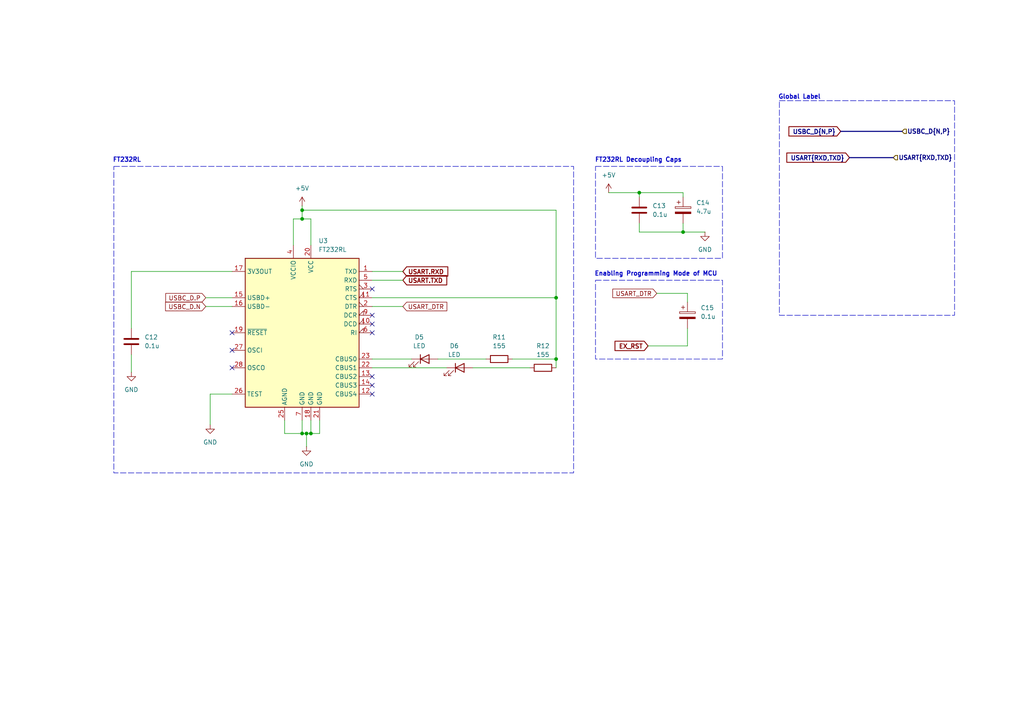
<source format=kicad_sch>
(kicad_sch (version 20231120) (generator "eeschema") (generator_version "8.0")
  (paper "A4")
  (lib_symbols
    (symbol "Device:C" (pin_numbers hide) (pin_names (offset 0.254))
      (property "Reference" "C" (at 0.635 2.54 0))
      (property "Value" "C" (at 0.635 -2.54 0))
      (symbol "C_0_1"
        (polyline (pts (xy -2.032 -0.762) (xy 2.032 -0.762)) (stroke (width 0.508)))
        (polyline (pts (xy -2.032 0.762) (xy 2.032 0.762)) (stroke (width 0.508)))
      )
      (symbol "C_1_1"
        (pin passive line (at 0 3.81 270) (length 2.794) (name "~") (number "1"))
        (pin passive line (at 0 -3.81 90) (length 2.794) (name "~") (number "2"))
      )
    )
    (symbol "Device:C_Polarized" (pin_numbers hide) (pin_names (offset 0.254))
      (property "Reference" "C" (at 0.635 2.54 0))
      (property "Value" "C_Polarized" (at 0.635 -2.54 0))
      (symbol "C_Polarized_0_1"
        (rectangle (start -2.286 0.508) (end 2.286 1.016))
        (polyline (pts (xy -1.778 2.286) (xy -0.762 2.286)))
        (polyline (pts (xy -1.27 2.794) (xy -1.27 1.778)))
        (rectangle (start 2.286 -0.508) (end -2.286 -1.016) (fill (type outline)))
      )
      (symbol "C_Polarized_1_1"
        (pin passive line (at 0 3.81 270) (length 2.794) (name "~") (number "1"))
        (pin passive line (at 0 -3.81 90) (length 2.794) (name "~") (number "2"))
      )
    )
    (symbol "Device:LED" (pin_numbers hide) (pin_names (offset 1.016) hide)
      (property "Reference" "D" (at 0 2.54 0))
      (property "Value" "LED" (at 0 -2.54 0))
      (symbol "LED_0_1"
        (polyline (pts (xy -1.27 -1.27) (xy -1.27 1.27)) (stroke (width 0.254)))
        (polyline (pts (xy -1.27 0) (xy 1.27 0)))
        (polyline (pts (xy 1.27 -1.27) (xy 1.27 1.27) (xy -1.27 0) (xy 1.27 -1.27)) (stroke (width 0.254)))
        (polyline (pts (xy -3.048 -0.762) (xy -4.572 -2.286) (xy -3.81 -2.286) (xy -4.572 -2.286) (xy -4.572 -1.524)))
        (polyline (pts (xy -1.778 -0.762) (xy -3.302 -2.286) (xy -2.54 -2.286) (xy -3.302 -2.286) (xy -3.302 -1.524)))
      )
      (symbol "LED_1_1"
        (pin passive line (at -3.81 0 0) (length 2.54) (name "K") (number "1"))
        (pin passive line (at 3.81 0 180) (length 2.54) (name "A") (number "2"))
      )
    )
    (symbol "Device:R" (pin_numbers hide) (pin_names (offset 0))
      (property "Reference" "R" (at 2.032 0 90))
      (property "Value" "R" (at 0 0 90))
      (symbol "R_0_1"
        (rectangle (start -1.016 -2.54) (end 1.016 2.54) (stroke (width 0.254)))
      )
      (symbol "R_1_1"
        (pin passive line (at 0 3.81 270) (length 1.27) (name "~") (number "1"))
        (pin passive line (at 0 -3.81 90) (length 1.27) (name "~") (number "2"))
      )
    )
    (symbol "Interface_USB:FT232RL"
      (property "Reference" "U" (at -16.51 22.86 0))
      (property "Value" "FT232RL" (at 10.16 22.86 0))
      (symbol "FT232RL_0_1"
        (rectangle (start -16.51 21.59) (end 16.51 -21.59) (stroke (width 0.254)) (fill (type background)))
      )
      (symbol "FT232RL_1_1"
        (pin output line (at 20.32 17.78 180) (length 3.81) (name "TXD") (number "1"))
        (pin input input_low (at 20.32 2.54 180) (length 3.81) (name "DCD") (number "10"))
        (pin input input_low (at 20.32 10.16 180) (length 3.81) (name "CTS") (number "11"))
        (pin bidirectional line (at 20.32 -17.78 180) (length 3.81) (name "CBUS4") (number "12"))
        (pin bidirectional line (at 20.32 -12.7 180) (length 3.81) (name "CBUS2") (number "13"))
        (pin bidirectional line (at 20.32 -15.24 180) (length 3.81) (name "CBUS3") (number "14"))
        (pin bidirectional line (at -20.32 10.16 0) (length 3.81) (name "USBD+") (number "15"))
        (pin bidirectional line (at -20.32 7.62 0) (length 3.81) (name "USBD-") (number "16"))
        (pin power_out line (at -20.32 17.78 0) (length 3.81) (name "3V3OUT") (number "17"))
        (pin power_in line (at 2.54 -25.4 90) (length 3.81) (name "GND") (number "18"))
        (pin input line (at -20.32 0 0) (length 3.81) (name "~{RESET}") (number "19"))
        (pin output output_low (at 20.32 7.62 180) (length 3.81) (name "DTR") (number "2"))
        (pin power_in line (at 2.54 25.4 270) (length 3.81) (name "VCC") (number "20"))
        (pin power_in line (at 5.08 -25.4 90) (length 3.81) (name "GND") (number "21"))
        (pin bidirectional line (at 20.32 -10.16 180) (length 3.81) (name "CBUS1") (number "22"))
        (pin bidirectional line (at 20.32 -7.62 180) (length 3.81) (name "CBUS0") (number "23"))
        (pin power_in line (at -5.08 -25.4 90) (length 3.81) (name "AGND") (number "25"))
        (pin input line (at -20.32 -17.78 0) (length 3.81) (name "TEST") (number "26"))
        (pin input line (at -20.32 -5.08 0) (length 3.81) (name "OSCI") (number "27"))
        (pin output line (at -20.32 -10.16 0) (length 3.81) (name "OSCO") (number "28"))
        (pin output output_low (at 20.32 12.7 180) (length 3.81) (name "RTS") (number "3"))
        (pin power_in line (at -2.54 25.4 270) (length 3.81) (name "VCCIO") (number "4"))
        (pin input line (at 20.32 15.24 180) (length 3.81) (name "RXD") (number "5"))
        (pin input input_low (at 20.32 0 180) (length 3.81) (name "RI") (number "6"))
        (pin power_in line (at 0 -25.4 90) (length 3.81) (name "GND") (number "7"))
        (pin input input_low (at 20.32 5.08 180) (length 3.81) (name "DCR") (number "9"))
      )
    )
    (symbol "power:+5V" (power) (pin_numbers hide) (pin_names (offset 0) hide)
      (property "Value" "+5V" (at 0 3.556 0))
      (symbol "+5V_0_1"
        (polyline (pts (xy -0.762 1.27) (xy 0 2.54)))
        (polyline (pts (xy 0 0) (xy 0 2.54)))
        (polyline (pts (xy 0 2.54) (xy 0.762 1.27)))
      )
      (symbol "+5V_1_1"
        (pin power_in line (at 0 0 90) (length 0) (name "~") (number "1"))
      )
    )
    (symbol "power:GND" (power) (pin_numbers hide) (pin_names (offset 0) hide)
      (property "Value" "GND" (at 0 -3.81 0))
      (symbol "GND_0_1"
        (polyline (pts (xy 0 0) (xy 0 -1.27) (xy 1.27 -1.27) (xy 0 -2.54) (xy -1.27 -1.27) (xy 0 -1.27)))
      )
      (symbol "GND_1_1"
        (pin power_in line (at 0 0 270) (length 0) (name "~") (number "1"))
      )
    )
  )
  (junction (at 161.29 104.14))
  (junction (at 185.42 55.88))
  (junction (at 87.63 60.96))
  (junction (at 87.63 125.73))
  (junction (at 87.63 63.5))
  (junction (at 90.17 125.73))
  (junction (at 161.29 86.36))
  (junction (at 198.12 67.31))
  (junction (at 88.9 125.73))
  (no_connect (at 67.31 101.6))
  (no_connect (at 107.95 114.3))
  (no_connect (at 107.95 91.44))
  (no_connect (at 107.95 83.82))
  (no_connect (at 67.31 106.68))
  (no_connect (at 67.31 96.52))
  (no_connect (at 107.95 111.76))
  (no_connect (at 107.95 109.22))
  (no_connect (at 107.95 93.98))
  (no_connect (at 107.95 96.52))
  (wire (pts (xy 199.39 85.09) (xy 199.39 87.63)))
  (wire (pts (xy 127 104.14) (xy 140.97 104.14)))
  (wire (pts (xy 107.95 104.14) (xy 119.38 104.14)))
  (wire (pts (xy 59.69 86.36) (xy 67.31 86.36)))
  (wire (pts (xy 198.12 57.15) (xy 198.12 55.88)))
  (wire (pts (xy 87.63 60.96) (xy 87.63 63.5)))
  (wire (pts (xy 38.1 95.25) (xy 38.1 78.74)))
  (wire (pts (xy 198.12 64.77) (xy 198.12 67.31)))
  (wire (pts (xy 88.9 125.73) (xy 88.9 129.54)))
  (wire (pts (xy 137.16 106.68) (xy 153.67 106.68)))
  (wire (pts (xy 60.96 114.3) (xy 67.31 114.3)))
  (wire (pts (xy 90.17 63.5) (xy 87.63 63.5)))
  (wire (pts (xy 90.17 125.73) (xy 92.71 125.73)))
  (wire (pts (xy 60.96 123.19) (xy 60.96 114.3)))
  (wire (pts (xy 87.63 63.5) (xy 85.09 63.5)))
  (wire (pts (xy 107.95 81.28) (xy 116.84 81.28)))
  (wire (pts (xy 185.42 55.88) (xy 185.42 57.15)))
  (wire (pts (xy 161.29 104.14) (xy 161.29 106.68)))
  (wire (pts (xy 87.63 125.73) (xy 88.9 125.73)))
  (wire (pts (xy 88.9 125.73) (xy 90.17 125.73)))
  (wire (pts (xy 185.42 64.77) (xy 185.42 67.31)))
  (bus (pts (xy 243.84 38.1) (xy 261.62 38.1)))
  (wire (pts (xy 148.59 104.14) (xy 161.29 104.14)))
  (wire (pts (xy 90.17 121.92) (xy 90.17 125.73)))
  (wire (pts (xy 176.53 55.88) (xy 185.42 55.88)))
  (wire (pts (xy 198.12 67.31) (xy 204.47 67.31)))
  (wire (pts (xy 38.1 78.74) (xy 67.31 78.74)))
  (wire (pts (xy 85.09 63.5) (xy 85.09 71.12)))
  (wire (pts (xy 107.95 106.68) (xy 129.54 106.68)))
  (wire (pts (xy 59.69 88.9) (xy 67.31 88.9)))
  (wire (pts (xy 199.39 100.33) (xy 199.39 95.25)))
  (wire (pts (xy 87.63 59.69) (xy 87.63 60.96)))
  (wire (pts (xy 107.95 78.74) (xy 116.84 78.74)))
  (wire (pts (xy 82.55 125.73) (xy 87.63 125.73)))
  (wire (pts (xy 185.42 67.31) (xy 198.12 67.31)))
  (wire (pts (xy 190.5 85.09) (xy 199.39 85.09)))
  (wire (pts (xy 187.96 100.33) (xy 199.39 100.33)))
  (wire (pts (xy 185.42 55.88) (xy 198.12 55.88)))
  (wire (pts (xy 38.1 102.87) (xy 38.1 107.95)))
  (wire (pts (xy 92.71 125.73) (xy 92.71 121.92)))
  (wire (pts (xy 161.29 86.36) (xy 161.29 104.14)))
  (wire (pts (xy 107.95 88.9) (xy 116.84 88.9)))
  (wire (pts (xy 87.63 60.96) (xy 161.29 60.96)))
  (wire (pts (xy 107.95 86.36) (xy 161.29 86.36)))
  (wire (pts (xy 161.29 60.96) (xy 161.29 86.36)))
  (wire (pts (xy 87.63 121.92) (xy 87.63 125.73)))
  (wire (pts (xy 90.17 71.12) (xy 90.17 63.5)))
  (bus (pts (xy 246.38 45.72) (xy 259.08 45.72)))
  (wire (pts (xy 82.55 121.92) (xy 82.55 125.73)))
  (rectangle (start 172.72 81.28) (end 209.55 104.14) (stroke (width 0) (type dash)))
  (rectangle (start 33.02 48.26) (end 166.37 137.16) (stroke (width 0) (type dash)))
  (rectangle (start 226.06 29.21) (end 276.86 91.44) (stroke (width 0) (type dash)))
  (rectangle (start 172.72 48.26) (end 209.55 74.93) (stroke (width 0) (type dash)))
  (text "Global Label\n" (at 231.902 28.194 0) (effects (font (size 1.27 1.27) (thickness 0.254) (bold yes))))
  (text "Enabling Programming Mode of MCU\n" (at 190.246 79.502 0) (effects (font (size 1.27 1.27) (thickness 0.254) (bold yes))))
  (text "FT232RL Decoupling Caps" (at 185.166 46.482 0) (effects (font (size 1.27 1.27) (thickness 0.254) (bold yes))))
  (text "FT232RL" (at 36.83 46.482 0) (effects (font (size 1.27 1.27) (thickness 0.254) (bold yes))))
  (global_label "USART_DTR" (shape input) (at 190.5 85.09 180) (effects (font (thickness 0.1588))) (property "Intersheetrefs" "${INTERSHEET_REFS}" (effects (hide yes))))
  (global_label "USART.TXD" (shape input) (at 116.84 81.28 0) (effects (font (thickness 0.254) (bold yes))) (property "Intersheetrefs" "${INTERSHEET_REFS}" (effects (hide yes))))
  (global_label "USBC_D{N,P}" (shape input) (at 243.84 38.1 180) (effects (font (thickness 0.254) (bold yes))) (property "Intersheetrefs" "${INTERSHEET_REFS}" (effects (hide yes))))
  (global_label "USART_DTR" (shape input) (at 116.84 88.9 0) (effects (font (thickness 0.1588))) (property "Intersheetrefs" "${INTERSHEET_REFS}" (effects (hide yes))))
  (global_label "USART{RXD,TXD}" (shape input) (at 246.38 45.72 180) (effects (font (thickness 0.254) (bold yes))) (property "Intersheetrefs" "${INTERSHEET_REFS}" (effects (hide yes))))
  (global_label "USBC_D.N" (shape input) (at 59.69 88.9 180) (effects (font (thickness 0.1588))) (property "Intersheetrefs" "${INTERSHEET_REFS}" (effects (hide yes))))
  (global_label "EX_RST" (shape input) (at 187.96 100.33 180) (effects (font (thickness 0.254) (bold yes))) (property "Intersheetrefs" "${INTERSHEET_REFS}" (effects (hide yes))))
  (global_label "USBC_D.P" (shape input) (at 59.69 86.36 180) (effects (font (thickness 0.1588))) (property "Intersheetrefs" "${INTERSHEET_REFS}" (effects (hide yes))))
  (global_label "USART.RXD" (shape input) (at 116.84 78.74 0) (effects (font (thickness 0.254) (bold yes))) (property "Intersheetrefs" "${INTERSHEET_REFS}" (effects (hide yes))))
  (hierarchical_label "USBC_D{N,P}" (shape input) (at 261.62 38.1 0) (effects (font (thickness 0.254) (bold yes))))
  (hierarchical_label "USART{RXD,TXD}" (shape input) (at 259.08 45.72 0) (effects (font (thickness 0.254) (bold yes))))
  (symbol (lib_id "Interface_USB:FT232RL") (at 87.63 96.52 0) (unit 1)
    (property "Reference" "U3" (at 92.3641 69.85 0) (effects (justify left)))
    (property "Value" "FT232RL" (at 92.3641 72.39 0) (effects (justify left)))
    (property "Footprint" "Package_SO:SSOP-28_5.3x10.2mm_P0.65mm" (effects (hide yes)))
    (property "Datasheet" "https://www.ftdichip.com/Support/Documents/DataSheets/ICs/DS_FT232R.pdf" (effects (hide yes)))
    (property "Description" "USB to Serial Interface, SSOP-28" (effects (hide yes)))
  )
  (symbol (lib_id "Device:R") (at 157.48 106.68 90) (unit 1)
    (property "Reference" "R12" (at 157.48 100.33 90))
    (property "Value" "155" (at 157.48 102.87 90))
    (property "Footprint" "Resistor_SMD:R_0402_1005Metric" (effects (hide yes)))
    (property "Description" "Resistor" (effects (hide yes)))
  )
  (symbol (lib_id "power:GND") (at 60.96 123.19 0) (unit 1)
    (property "Reference" "#PWR032" (effects (hide yes)))
    (property "Value" "GND" (at 60.96 128.27 0))
    (property "Description" "Power symbol creates a global label with name \"GND\" , ground" (effects (hide yes)))
  )
  (symbol (lib_id "Device:C") (at 38.1 99.06 0) (unit 1)
    (property "Reference" "C12" (at 41.91 97.7899 0) (effects (justify left)))
    (property "Value" "0.1u" (at 41.91 100.3299 0) (effects (justify left)))
    (property "Footprint" "Capacitor_SMD:C_0402_1005Metric" (effects (hide yes)))
    (property "Description" "Unpolarized capacitor" (effects (hide yes)))
  )
  (symbol (lib_id "power:+5V") (at 87.63 59.69 0) (unit 1)
    (property "Reference" "#PWR033" (effects (hide yes)))
    (property "Value" "+5V" (at 87.63 54.61 0))
    (property "Description" "Power symbol creates a global label with name \"+5V\"" (effects (hide yes)))
  )
  (symbol (lib_id "Device:R") (at 144.78 104.14 90) (unit 1)
    (property "Reference" "R11" (at 144.78 97.79 90))
    (property "Value" "155" (at 144.78 100.33 90))
    (property "Footprint" "Resistor_SMD:R_0402_1005Metric" (effects (hide yes)))
    (property "Description" "Resistor" (effects (hide yes)))
  )
  (symbol (lib_id "power:GND") (at 204.47 67.31 0) (unit 1)
    (property "Reference" "#PWR036" (effects (hide yes)))
    (property "Value" "GND" (at 204.47 72.39 0))
    (property "Description" "Power symbol creates a global label with name \"GND\" , ground" (effects (hide yes)))
  )
  (symbol (lib_id "power:+5V") (at 176.53 55.88 0) (unit 1)
    (property "Reference" "#PWR035" (effects (hide yes)))
    (property "Value" "+5V" (at 176.53 50.8 0))
    (property "Description" "Power symbol creates a global label with name \"+5V\"" (effects (hide yes)))
  )
  (symbol (lib_id "Device:LED") (at 133.35 106.68 0) (unit 1)
    (property "Reference" "D6" (at 131.7625 100.33 0))
    (property "Value" "LED" (at 131.7625 102.87 0))
    (property "Footprint" "LED_SMD:LED_0402_1005Metric" (effects (hide yes)))
    (property "Description" "Light emitting diode" (effects (hide yes)))
  )
  (symbol (lib_id "Device:C_Polarized") (at 199.39 91.44 0) (unit 1)
    (property "Reference" "C15" (at 203.2 89.2809 0) (effects (justify left)))
    (property "Value" "0.1u" (at 203.2 91.8209 0) (effects (justify left)))
    (property "Footprint" "Capacitor_SMD:CP_Elec_6.3x7.7" (effects (hide yes)))
    (property "Description" "Polarized capacitor" (effects (hide yes)))
  )
  (symbol (lib_id "power:GND") (at 88.9 129.54 0) (unit 1)
    (property "Reference" "#PWR034" (effects (hide yes)))
    (property "Value" "GND" (at 88.9 134.62 0))
    (property "Description" "Power symbol creates a global label with name \"GND\" , ground" (effects (hide yes)))
  )
  (symbol (lib_id "power:GND") (at 38.1 107.95 0) (unit 1)
    (property "Reference" "#PWR031" (effects (hide yes)))
    (property "Value" "GND" (at 38.1 113.03 0))
    (property "Description" "Power symbol creates a global label with name \"GND\" , ground" (effects (hide yes)))
  )
  (symbol (lib_id "Device:C") (at 185.42 60.96 0) (unit 1)
    (property "Reference" "C13" (at 189.23 59.6899 0) (effects (justify left)))
    (property "Value" "0.1u" (at 189.23 62.2299 0) (effects (justify left)))
    (property "Footprint" "Capacitor_SMD:C_0402_1005Metric" (effects (hide yes)))
    (property "Description" "Unpolarized capacitor" (effects (hide yes)))
  )
  (symbol (lib_id "Device:C_Polarized") (at 198.12 60.96 0) (unit 1)
    (property "Reference" "C14" (at 201.93 58.8009 0) (effects (justify left)))
    (property "Value" "4.7u" (at 201.93 61.3409 0) (effects (justify left)))
    (property "Footprint" "Capacitor_SMD:CP_Elec_6.3x7.7" (effects (hide yes)))
    (property "Description" "Polarized capacitor" (effects (hide yes)))
  )
  (symbol (lib_id "Device:LED") (at 123.19 104.14 0) (unit 1)
    (property "Reference" "D5" (at 121.6025 97.79 0))
    (property "Value" "LED" (at 121.6025 100.33 0))
    (property "Footprint" "LED_SMD:LED_0402_1005Metric" (effects (hide yes)))
    (property "Description" "Light emitting diode" (effects (hide yes)))
  )
)
</source>
